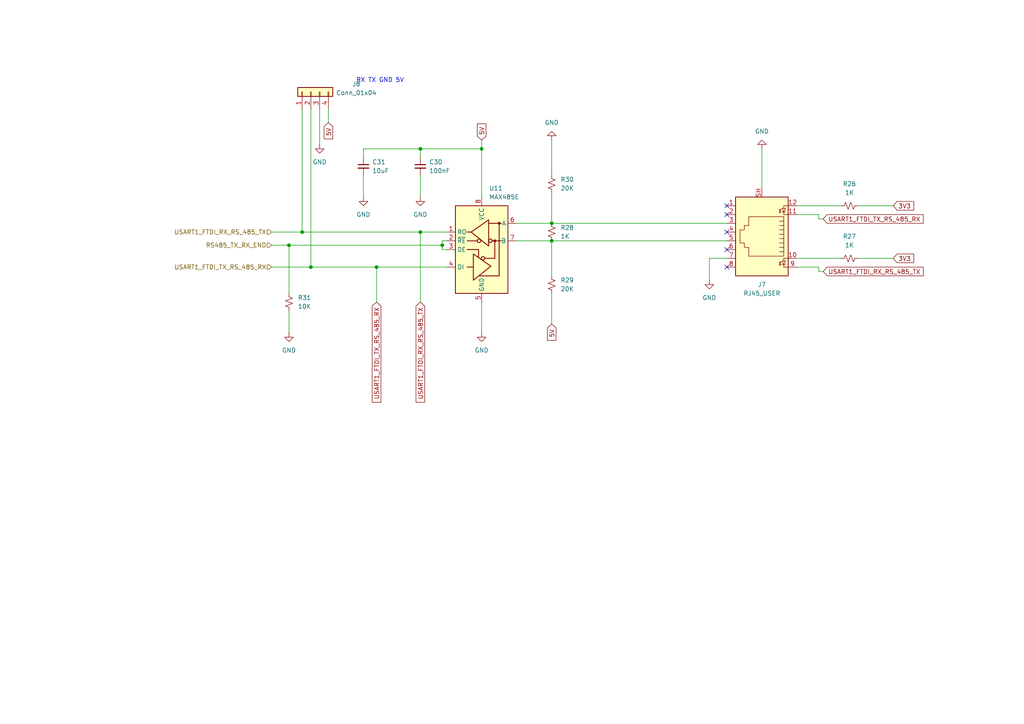
<source format=kicad_sch>
(kicad_sch (version 20250114) (generator "eeschema") (generator_version "9.0")
  (paper "A4")
  (lib_symbols
    (symbol "Connector_Generic:Conn_01x04" (pin_names (offset 1.016) (hide yes))
      (property "Reference" "J" (at 0 5.08 0))
      (property "Value" "Conn_01x04" (at 0 -7.62 0))
      (symbol "Conn_01x04_1_1"
        (rectangle (start -1.27 3.81) (end 1.27 -6.35) (stroke (width 0.254)) (fill (type background)))
        (rectangle (start -1.27 2.667) (end 0 2.413) (stroke (width 0.1524)))
        (rectangle (start -1.27 0.127) (end 0 -0.127) (stroke (width 0.1524)))
        (rectangle (start -1.27 -2.413) (end 0 -2.667) (stroke (width 0.1524)))
        (rectangle (start -1.27 -4.953) (end 0 -5.207) (stroke (width 0.1524)))
        (pin passive line (at -5.08 2.54 0) (length 3.81) (name "Pin_1") (number "1"))
        (pin passive line (at -5.08 0 0) (length 3.81) (name "Pin_2") (number "2"))
        (pin passive line (at -5.08 -2.54 0) (length 3.81) (name "Pin_3") (number "3"))
        (pin passive line (at -5.08 -5.08 0) (length 3.81) (name "Pin_4") (number "4"))
      )
    )
    (symbol "Device:C_Small" (pin_numbers (hide yes)) (pin_names (offset 0.254) (hide yes))
      (property "Reference" "C" (at 0.254 1.778 0))
      (property "Value" "C_Small" (at 0.254 -2.032 0))
      (symbol "C_Small_0_1"
        (polyline (pts (xy -1.524 0.508) (xy 1.524 0.508)) (stroke (width 0.3048)))
        (polyline (pts (xy -1.524 -0.508) (xy 1.524 -0.508)) (stroke (width 0.3302)))
      )
      (symbol "C_Small_1_1"
        (pin passive line (at 0 2.54 270) (length 2.032) (name "~") (number "1"))
        (pin passive line (at 0 -2.54 90) (length 2.032) (name "~") (number "2"))
      )
    )
    (symbol "Device:R_Small_US" (pin_numbers (hide yes)) (pin_names (offset 0.254) (hide yes))
      (property "Reference" "R" (at 0.762 0.508 0))
      (property "Value" "R_Small_US" (at 0.762 -1.016 0))
      (symbol "R_Small_US_1_1"
        (polyline (pts (xy 0 1.524) (xy 1.016 1.143) (xy 0 0.762) (xy -1.016 0.381) (xy 0 0)))
        (polyline (pts (xy 0 0) (xy 1.016 -0.381) (xy 0 -0.762) (xy -1.016 -1.143) (xy 0 -1.524)))
        (pin passive line (at 0 2.54 270) (length 1.016) (name "~") (number "1"))
        (pin passive line (at 0 -2.54 90) (length 1.016) (name "~") (number "2"))
      )
    )
    (symbol "Interface_UART:MAX485E"
      (property "Reference" "U" (at -6.985 13.97 0))
      (property "Value" "MAX485E" (at 1.905 13.97 0))
      (symbol "MAX485E_0_1"
        (rectangle (start -7.62 12.7) (end 7.62 -12.7) (stroke (width 0.254)) (fill (type background)))
        (polyline (pts (xy -4.191 2.54) (xy -1.27 2.54)) (stroke (width 0.254)))
        (polyline (pts (xy -4.191 0) (xy -0.889 0) (xy -0.889 -2.286)) (stroke (width 0.254)))
        (polyline (pts (xy -3.175 5.08) (xy -4.191 5.08) (xy -4.064 5.08)) (stroke (width 0.254)))
        (polyline (pts (xy -2.54 -5.08) (xy -4.191 -5.08)) (stroke (width 0.254)))
        (polyline (pts (xy -2.413 -5.08) (xy -2.413 -1.27) (xy 2.667 -4.826) (xy -2.413 -8.89) (xy -2.413 -5.08)) (stroke (width 0.254)))
        (polyline (pts (xy -0.635 -7.62) (xy 5.08 -7.62)) (stroke (width 0.254)))
        (circle (center 0.381 -2.54) (radius 0.508) (stroke (width 0.254)))
        (polyline (pts (xy 0.889 -2.54) (xy 3.81 -2.54)) (stroke (width 0.254)))
        (polyline (pts (xy 2.032 7.62) (xy 5.715 7.62)) (stroke (width 0.254)))
        (polyline (pts (xy 3.048 2.54) (xy 5.715 2.54)) (stroke (width 0.254)))
        (circle (center 3.81 2.54) (radius 0.2794) (stroke (width 0.254)) (fill (type outline)))
        (polyline (pts (xy 3.81 -2.54) (xy 3.81 2.54)) (stroke (width 0.254)))
        (polyline (pts (xy 5.08 -7.62) (xy 5.08 7.62)) (stroke (width 0.254)))
      )
      (symbol "MAX485E_1_1"
        (circle (center -0.762 2.54) (radius 0.508) (stroke (width 0.254)))
        (polyline (pts (xy 2.032 4.826) (xy 2.032 8.636) (xy -3.048 5.08) (xy 2.032 1.016) (xy 2.032 4.826)) (stroke (width 0.254)))
        (circle (center 2.54 2.54) (radius 0.508) (stroke (width 0.254)))
        (circle (center 5.08 7.62) (radius 0.2794) (stroke (width 0.254)) (fill (type outline)))
        (pin output line (at -10.16 5.08 0) (length 2.54) (name "RO") (number "1"))
        (pin input line (at -10.16 2.54 0) (length 2.54) (name "~{RE}") (number "2"))
        (pin input line (at -10.16 0 0) (length 2.54) (name "DE") (number "3"))
        (pin input line (at -10.16 -5.08 0) (length 2.54) (name "DI") (number "4"))
        (pin power_in line (at 0 15.24 270) (length 2.54) (name "VCC") (number "8"))
        (pin power_in line (at 0 -15.24 90) (length 2.54) (name "GND") (number "5"))
        (pin bidirectional line (at 10.16 7.62 180) (length 2.54) (name "A") (number "6"))
        (pin bidirectional line (at 10.16 2.54 180) (length 2.54) (name "B") (number "7"))
      )
    )
    (symbol "User_Libraries:RJ45_USER"
      (property "Reference" "J" (at 3.81 13.208 0))
      (property "Value" "RJ45_USER" (at 0.254 -13.462 0))
      (symbol "RJ45_USER_0_1"
        (rectangle (start -7.62 11.43) (end 7.62 -11.43) (stroke (width 0.254)) (fill (type background)))
        (polyline (pts (xy 5.08 7.493) (xy 5.207 7.874)))
        (polyline (pts (xy 5.08 6.858) (xy 5.207 7.239)))
        (polyline (pts (xy 5.08 -1.905) (xy 6.35 -1.905) (xy 6.35 -1.905)))
        (polyline (pts (xy 5.08 -3.175) (xy 6.35 -3.175)))
        (polyline (pts (xy 5.08 -4.445) (xy 6.35 -4.445)))
        (polyline (pts (xy 5.08 -7.747) (xy 5.207 -7.366)))
        (polyline (pts (xy 5.08 -8.382) (xy 5.207 -8.001)))
        (polyline (pts (xy 5.588 8.001) (xy 5.08 7.493) (xy 5.461 7.62)))
        (polyline (pts (xy 5.588 7.366) (xy 5.08 6.858) (xy 5.461 6.985)))
        (polyline (pts (xy 5.588 -7.239) (xy 5.08 -7.747) (xy 5.461 -7.62)))
        (polyline (pts (xy 5.588 -7.874) (xy 5.08 -8.382) (xy 5.461 -8.255)))
        (polyline (pts (xy 6.35 8.89) (xy 6.35 8.128)))
        (polyline (pts (xy 6.35 7.112) (xy 6.858 8.128) (xy 5.842 8.128) (xy 6.35 7.112)))
        (polyline (pts (xy 6.35 6.35) (xy 6.35 7.112)))
        (polyline (pts (xy 6.35 5.715) (xy 6.35 -5.715) (xy -3.81 -5.715) (xy -3.81 -3.175) (xy -5.08 -3.175) (xy -5.08 -1.905) (xy -6.35 -1.905) (xy -6.35 1.905) (xy -5.08 1.905) (xy -5.08 3.175) (xy -3.81 3.175) (xy -3.81 5.715) (xy 6.35 5.715) (xy 6.35 5.715)))
        (polyline (pts (xy 6.35 4.445) (xy 5.08 4.445) (xy 5.08 4.445)))
        (polyline (pts (xy 6.35 3.175) (xy 5.08 3.175) (xy 5.08 3.175)))
        (polyline (pts (xy 6.35 1.905) (xy 5.08 1.905) (xy 5.08 1.905)))
        (polyline (pts (xy 6.35 0.635) (xy 5.08 0.635) (xy 5.08 0.635)))
        (polyline (pts (xy 6.35 -0.635) (xy 5.08 -0.635) (xy 5.08 -0.635)))
        (polyline (pts (xy 6.35 -6.35) (xy 6.35 -7.112)))
        (polyline (pts (xy 6.35 -8.128) (xy 6.858 -7.112) (xy 5.842 -7.112) (xy 6.35 -8.128)))
        (polyline (pts (xy 6.35 -8.89) (xy 6.35 -8.128)))
        (polyline (pts (xy 6.858 7.112) (xy 5.842 7.112)))
        (polyline (pts (xy 6.858 -8.128) (xy 5.842 -8.128)))
        (polyline (pts (xy 7.62 8.89) (xy 6.35 8.89)))
        (polyline (pts (xy 7.62 6.35) (xy 6.35 6.35)))
        (polyline (pts (xy 7.62 -6.35) (xy 6.35 -6.35)))
        (polyline (pts (xy 7.62 -8.89) (xy 6.35 -8.89)))
      )
      (symbol "RJ45_USER_1_1"
        (pin passive line (at -10.16 8.89 0) (length 2.54) (name "~") (number "1"))
        (pin passive line (at -10.16 6.35 0) (length 2.54) (name "~") (number "2"))
        (pin passive line (at -10.16 3.81 0) (length 2.54) (name "~") (number "3"))
        (pin passive line (at -10.16 1.27 0) (length 2.54) (name "~") (number "4"))
        (pin passive line (at -10.16 -1.27 0) (length 2.54) (name "~") (number "5"))
        (pin passive line (at -10.16 -3.81 0) (length 2.54) (name "~") (number "6"))
        (pin passive line (at -10.16 -6.35 0) (length 2.54) (name "~") (number "7"))
        (pin passive line (at -10.16 -8.89 0) (length 2.54) (name "~") (number "8"))
        (pin passive line (at 0 13.97 270) (length 2.54) (name "~") (number "SH"))
        (pin passive line (at 10.16 8.89 180) (length 2.54) (name "~") (number "12"))
        (pin passive line (at 10.16 6.35 180) (length 2.54) (name "~") (number "11"))
        (pin passive line (at 10.16 -6.35 180) (length 2.54) (name "~") (number "10"))
        (pin passive line (at 10.16 -8.89 180) (length 2.54) (name "~") (number "9"))
      )
    )
    (symbol "power:GND" (power) (pin_numbers (hide yes)) (pin_names (offset 0) (hide yes))
      (property "Value" "GND" (at 0 -3.81 0))
      (symbol "GND_0_1"
        (polyline (pts (xy 0 0) (xy 0 -1.27) (xy 1.27 -1.27) (xy 0 -2.54) (xy -1.27 -1.27) (xy 0 -1.27)))
      )
      (symbol "GND_1_1"
        (pin power_in line (at 0 0 270) (length 0) (name "~") (number "1"))
      )
    )
  )
  (text "RX TX GND 5V" (at 110.236 23.368 0) (effects (font (size 1.27 1.27))))
  (junction (at 160.02 69.85))
  (junction (at 128.27 71.12))
  (junction (at 160.02 64.77))
  (junction (at 109.22 77.47))
  (junction (at 139.7 43.18))
  (junction (at 90.17 77.47))
  (junction (at 87.63 67.31))
  (junction (at 83.82 71.12))
  (junction (at 121.92 67.31))
  (junction (at 121.92 43.18))
  (no_connect (at 210.82 62.23))
  (no_connect (at 210.82 72.39))
  (no_connect (at 210.82 59.69))
  (no_connect (at 210.82 67.31))
  (no_connect (at 210.82 77.47))
  (wire (pts (xy 160.02 40.64) (xy 160.02 50.8)))
  (wire (pts (xy 83.82 71.12) (xy 128.27 71.12)))
  (wire (pts (xy 105.41 50.8) (xy 105.41 57.15)))
  (wire (pts (xy 149.86 69.85) (xy 160.02 69.85)))
  (wire (pts (xy 220.98 43.18) (xy 220.98 54.61)))
  (wire (pts (xy 139.7 43.18) (xy 121.92 43.18)))
  (wire (pts (xy 205.74 74.93) (xy 205.74 81.28)))
  (wire (pts (xy 87.63 31.75) (xy 87.63 67.31)))
  (wire (pts (xy 83.82 90.17) (xy 83.82 96.52)))
  (wire (pts (xy 248.92 74.93) (xy 259.08 74.93)))
  (wire (pts (xy 95.25 31.75) (xy 95.25 35.56)))
  (wire (pts (xy 83.82 71.12) (xy 83.82 85.09)))
  (wire (pts (xy 139.7 43.18) (xy 139.7 57.15)))
  (wire (pts (xy 237.49 78.74) (xy 238.76 78.74)))
  (wire (pts (xy 128.27 72.39) (xy 129.54 72.39)))
  (wire (pts (xy 121.92 50.8) (xy 121.92 57.15)))
  (wire (pts (xy 160.02 85.09) (xy 160.02 93.98)))
  (wire (pts (xy 160.02 55.88) (xy 160.02 64.77)))
  (wire (pts (xy 237.49 62.23) (xy 231.14 62.23)))
  (wire (pts (xy 149.86 64.77) (xy 160.02 64.77)))
  (wire (pts (xy 139.7 40.64) (xy 139.7 43.18)))
  (wire (pts (xy 237.49 63.5) (xy 237.49 62.23)))
  (wire (pts (xy 109.22 77.47) (xy 109.22 87.63)))
  (wire (pts (xy 160.02 69.85) (xy 160.02 80.01)))
  (wire (pts (xy 109.22 77.47) (xy 129.54 77.47)))
  (wire (pts (xy 231.14 74.93) (xy 243.84 74.93)))
  (wire (pts (xy 139.7 87.63) (xy 139.7 96.52)))
  (wire (pts (xy 78.74 71.12) (xy 83.82 71.12)))
  (wire (pts (xy 129.54 69.85) (xy 128.27 69.85)))
  (wire (pts (xy 160.02 64.77) (xy 210.82 64.77)))
  (wire (pts (xy 128.27 69.85) (xy 128.27 71.12)))
  (wire (pts (xy 121.92 67.31) (xy 121.92 87.63)))
  (wire (pts (xy 121.92 43.18) (xy 121.92 45.72)))
  (wire (pts (xy 205.74 74.93) (xy 210.82 74.93)))
  (wire (pts (xy 121.92 67.31) (xy 129.54 67.31)))
  (wire (pts (xy 90.17 77.47) (xy 109.22 77.47)))
  (wire (pts (xy 92.71 31.75) (xy 92.71 41.91)))
  (wire (pts (xy 160.02 69.85) (xy 210.82 69.85)))
  (wire (pts (xy 128.27 71.12) (xy 128.27 72.39)))
  (wire (pts (xy 87.63 67.31) (xy 121.92 67.31)))
  (wire (pts (xy 78.74 77.47) (xy 90.17 77.47)))
  (wire (pts (xy 237.49 78.74) (xy 237.49 77.47)))
  (wire (pts (xy 121.92 43.18) (xy 105.41 43.18)))
  (wire (pts (xy 237.49 63.5) (xy 238.76 63.5)))
  (wire (pts (xy 90.17 31.75) (xy 90.17 77.47)))
  (wire (pts (xy 231.14 59.69) (xy 243.84 59.69)))
  (wire (pts (xy 248.92 59.69) (xy 259.08 59.69)))
  (wire (pts (xy 105.41 43.18) (xy 105.41 45.72)))
  (wire (pts (xy 237.49 77.47) (xy 231.14 77.47)))
  (wire (pts (xy 78.74 67.31) (xy 87.63 67.31)))
  (global_label "5V" (shape input) (at 160.02 93.98 270) (property "Intersheetrefs" "${INTERSHEET_REFS}" (effects (hide yes))))
  (global_label "3V3" (shape input) (at 259.08 74.93 0) (property "Intersheetrefs" "${INTERSHEET_REFS}" (effects (hide yes))))
  (global_label "5V" (shape input) (at 95.25 35.56 270) (property "Intersheetrefs" "${INTERSHEET_REFS}" (effects (hide yes))))
  (global_label "USART1_FTDI_RX_RS_485_TX" (shape input) (at 238.76 78.74 0) (property "Intersheetrefs" "${INTERSHEET_REFS}" (effects (hide yes))))
  (global_label "USART1_FTDI_TX_RS_485_RX" (shape input) (at 238.76 63.5 0) (property "Intersheetrefs" "${INTERSHEET_REFS}" (effects (hide yes))))
  (global_label "3V3" (shape input) (at 259.08 59.69 0) (property "Intersheetrefs" "${INTERSHEET_REFS}" (effects (hide yes))))
  (global_label "5V" (shape input) (at 139.7 40.64 90) (property "Intersheetrefs" "${INTERSHEET_REFS}" (effects (hide yes))))
  (global_label "USART1_FTDI_RX_RS_485_TX" (shape input) (at 121.92 87.63 270) (property "Intersheetrefs" "${INTERSHEET_REFS}" (effects (hide yes))))
  (global_label "USART1_FTDI_TX_RS_485_RX" (shape input) (at 109.22 87.63 270) (property "Intersheetrefs" "${INTERSHEET_REFS}" (effects (hide yes))))
  (hierarchical_label "RS485_TX_RX_END" (shape input) (at 78.74 71.12 180))
  (hierarchical_label "USART1_FTDI_RX_RS_485_TX" (shape input) (at 78.74 67.31 180))
  (hierarchical_label "USART1_FTDI_TX_RS_485_RX" (shape input) (at 78.74 77.47 180))
  (symbol (lib_id "power:GND") (at 139.7 96.52 0) (unit 1)
    (property "Reference" "#PWR036" (effects (hide yes)))
    (property "Value" "GND" (at 139.7 101.6 0))
    (property "Description" "Power symbol creates a global label with name \"GND\" , ground" (effects (hide yes)))
  )
  (symbol (lib_id "power:GND") (at 160.02 40.64 180) (unit 1)
    (property "Reference" "#PWR032" (effects (hide yes)))
    (property "Value" "GND" (at 160.02 35.56 0))
    (property "Description" "Power symbol creates a global label with name \"GND\" , ground" (effects (hide yes)))
  )
  (symbol (lib_id "power:GND") (at 92.71 41.91 0) (unit 1)
    (property "Reference" "#PWR038" (effects (hide yes)))
    (property "Value" "GND" (at 92.71 46.99 0))
    (property "Description" "Power symbol creates a global label with name \"GND\" , ground" (effects (hide yes)))
  )
  (symbol (lib_id "Device:R_Small_US") (at 246.38 59.69 270) (unit 1)
    (property "Reference" "R26" (at 246.38 53.34 90))
    (property "Value" "1K" (at 246.38 55.88 90))
    (property "Footprint" "Resistor_SMD:R_0805_2012Metric_Pad1.20x1.40mm_HandSolder" (effects (hide yes)))
    (property "Description" "Resistor, small US symbol" (effects (hide yes)))
  )
  (symbol (lib_id "power:GND") (at 83.82 96.52 0) (unit 1)
    (property "Reference" "#PWR037" (effects (hide yes)))
    (property "Value" "GND" (at 83.82 101.6 0))
    (property "Description" "Power symbol creates a global label with name \"GND\" , ground" (effects (hide yes)))
  )
  (symbol (lib_id "Device:R_Small_US") (at 160.02 67.31 0) (unit 1)
    (property "Reference" "R28" (at 162.56 66.0399 0) (effects (justify left)))
    (property "Value" "1K" (at 162.56 68.5799 0) (effects (justify left)))
    (property "Footprint" "Resistor_SMD:R_0805_2012Metric_Pad1.20x1.40mm_HandSolder" (effects (hide yes)))
    (property "Description" "Resistor, small US symbol" (effects (hide yes)))
  )
  (symbol (lib_id "power:GND") (at 121.92 57.15 0) (unit 1)
    (property "Reference" "#PWR035" (effects (hide yes)))
    (property "Value" "GND" (at 121.92 62.23 0))
    (property "Description" "Power symbol creates a global label with name \"GND\" , ground" (effects (hide yes)))
  )
  (symbol (lib_id "Interface_UART:MAX485E") (at 139.7 72.39 0) (unit 1)
    (property "Reference" "U11" (at 141.8433 54.61 0) (effects (justify left)))
    (property "Value" "MAX485E" (at 141.8433 57.15 0) (effects (justify left)))
    (property "Footprint" "Package_SO:SOIC-8_3.9x4.9mm_P1.27mm" (effects (hide yes)))
    (property "Datasheet" "https://datasheets.maximintegrated.com/en/ds/MAX1487E-MAX491E.pdf" (effects (hide yes)))
    (property "Description" "Half duplex RS-485/RS-422, 2.5 Mbps, ±15kV electro-static discharge (ESD) protection, no slew-rate, no low-power shutdown, with receiver/driver enable, 32 receiver drive capability, DIP-8 and SOIC-8" (effects (hide yes)))
  )
  (symbol (lib_id "Device:R_Small_US") (at 83.82 87.63 0) (unit 1)
    (property "Reference" "R31" (at 86.36 86.3599 0) (effects (justify left)))
    (property "Value" "10K" (at 86.36 88.8999 0) (effects (justify left)))
    (property "Footprint" "Resistor_SMD:R_0805_2012Metric_Pad1.20x1.40mm_HandSolder" (effects (hide yes)))
    (property "Description" "Resistor, small US symbol" (effects (hide yes)))
  )
  (symbol (lib_id "Device:R_Small_US") (at 160.02 82.55 0) (unit 1)
    (property "Reference" "R29" (at 162.56 81.2799 0) (effects (justify left)))
    (property "Value" "20K" (at 162.56 83.8199 0) (effects (justify left)))
    (property "Footprint" "Resistor_SMD:R_0805_2012Metric_Pad1.20x1.40mm_HandSolder" (effects (hide yes)))
    (property "Description" "Resistor, small US symbol" (effects (hide yes)))
  )
  (symbol (lib_id "Device:R_Small_US") (at 160.02 53.34 0) (unit 1)
    (property "Reference" "R30" (at 162.56 52.0699 0) (effects (justify left)))
    (property "Value" "20K" (at 162.56 54.6099 0) (effects (justify left)))
    (property "Footprint" "Resistor_SMD:R_0805_2012Metric_Pad1.20x1.40mm_HandSolder" (effects (hide yes)))
    (property "Description" "Resistor, small US symbol" (effects (hide yes)))
  )
  (symbol (lib_id "power:GND") (at 105.41 57.15 0) (unit 1)
    (property "Reference" "#PWR039" (effects (hide yes)))
    (property "Value" "GND" (at 105.41 62.23 0))
    (property "Description" "Power symbol creates a global label with name \"GND\" , ground" (effects (hide yes)))
  )
  (symbol (lib_id "Device:R_Small_US") (at 246.38 74.93 270) (unit 1)
    (property "Reference" "R27" (at 246.38 68.58 90))
    (property "Value" "1K" (at 246.38 71.12 90))
    (property "Footprint" "Resistor_SMD:R_0805_2012Metric_Pad1.20x1.40mm_HandSolder" (effects (hide yes)))
    (property "Description" "Resistor, small US symbol" (effects (hide yes)))
  )
  (symbol (lib_id "power:GND") (at 220.98 43.18 180) (unit 1)
    (property "Reference" "#PWR034" (effects (hide yes)))
    (property "Value" "GND" (at 220.98 38.1 0))
    (property "Description" "Power symbol creates a global label with name \"GND\" , ground" (effects (hide yes)))
  )
  (symbol (lib_id "Device:C_Small") (at 105.41 48.26 0) (unit 1)
    (property "Reference" "C31" (at 107.95 46.9962 0) (effects (justify left)))
    (property "Value" "10uF" (at 107.95 49.5362 0) (effects (justify left)))
    (property "Footprint" "Capacitor_SMD:C_0805_2012Metric_Pad1.18x1.45mm_HandSolder" (effects (hide yes)))
    (property "Description" "Unpolarized capacitor, small symbol" (effects (hide yes)))
  )
  (symbol (lib_id "User_Libraries:RJ45_USER") (at 220.98 68.58 0) (unit 1)
    (property "Reference" "J7" (at 220.98 82.55 0))
    (property "Value" "RJ45_USER" (at 220.98 85.09 0))
    (property "Footprint" "My_Library:RJ45_USER" (effects (hide yes)))
  )
  (symbol (lib_id "power:GND") (at 205.74 81.28 0) (unit 1)
    (property "Reference" "#PWR033" (effects (hide yes)))
    (property "Value" "GND" (at 205.74 86.36 0))
    (property "Description" "Power symbol creates a global label with name \"GND\" , ground" (effects (hide yes)))
  )
  (symbol (lib_id "Device:C_Small") (at 121.92 48.26 0) (unit 1)
    (property "Reference" "C30" (at 124.46 46.9962 0) (effects (justify left)))
    (property "Value" "100nF" (at 124.46 49.5362 0) (effects (justify left)))
    (property "Footprint" "Capacitor_SMD:C_0805_2012Metric_Pad1.18x1.45mm_HandSolder" (effects (hide yes)))
    (property "Description" "Unpolarized capacitor, small symbol" (effects (hide yes)))
  )
  (symbol (lib_id "Connector_Generic:Conn_01x04") (at 90.17 26.67 90) (unit 1)
    (property "Reference" "J8" (at 103.378 24.384 90))
    (property "Value" "Conn_01x04" (at 103.378 26.924 90))
    (property "Footprint" "Connector_JST:JST_EH_B4B-EH-A_1x04_P2.50mm_Vertical" (effects (hide yes)))
    (property "Description" "Generic connector, single row, 01x04, script generated (kicad-library-utils/schlib/autogen/connector/)" (effects (hide yes)))
  )
)
</source>
